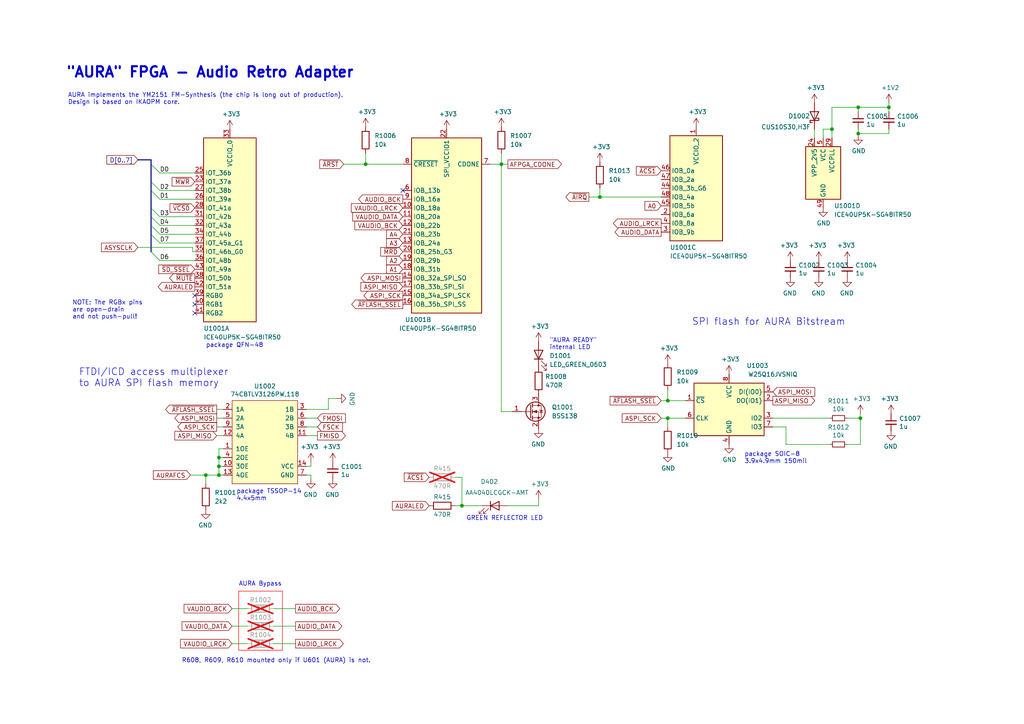
<source format=kicad_sch>
(kicad_sch (version 20230121) (generator eeschema)
  (paper "A4")
  (title_block (title "X65-SBC") (date "2023-12-29") (rev "revA1") (company "FOR X65.EU DESIGNED BY JSYKORA.INFO") (comment 1 "AURA FPGA - OPM Sound Adapter"))
  (lib_symbols
    (symbol "Device:C_Small" (pin_numbers hide) (pin_names (offset 0.254) hide)
      (property "Reference" "C" (at 0.254 1.778 0))
      (property "Value" "C_Small" (at 0.254 -2.032 0))
      (symbol "C_Small_0_1"
        (polyline (pts (xy -1.524 -0.508) (xy 1.524 -0.508)) (stroke (width 0.3302)))
        (polyline (pts (xy -1.524 0.508) (xy 1.524 0.508)) (stroke (width 0.3048)))
      )
      (symbol "C_Small_1_1"
        (pin passive line (at 0 2.54 270) (length 2.032) (name "~") (number "1"))
        (pin passive line (at 0 -2.54 90) (length 2.032) (name "~") (number "2"))
      )
    )
    (symbol "Device:D_Schottky" (pin_numbers hide) (pin_names (offset 1.016) hide)
      (property "Reference" "D" (at 0 2.54 0))
      (property "Value" "D_Schottky" (at 0 -2.54 0))
      (symbol "D_Schottky_0_1"
        (polyline (pts (xy 1.27 0) (xy -1.27 0)))
        (polyline (pts (xy 1.27 1.27) (xy 1.27 -1.27) (xy -1.27 0) (xy 1.27 1.27)) (stroke (width 0.254)))
        (polyline (pts (xy -1.905 0.635) (xy -1.905 1.27) (xy -1.27 1.27) (xy -1.27 -1.27) (xy -0.635 -1.27) (xy -0.635 -0.635)) (stroke (width 0.254)))
      )
      (symbol "D_Schottky_1_1"
        (pin passive line (at -3.81 0 0) (length 2.54) (name "K") (number "1"))
        (pin passive line (at 3.81 0 180) (length 2.54) (name "A") (number "2"))
      )
    )
    (symbol "Device:LED" (pin_numbers hide) (pin_names (offset 1.016) hide)
      (property "Reference" "D" (at 0 2.54 0))
      (property "Value" "LED" (at 0 -2.54 0))
      (symbol "LED_0_1"
        (polyline (pts (xy -1.27 -1.27) (xy -1.27 1.27)) (stroke (width 0.254)))
        (polyline (pts (xy -1.27 0) (xy 1.27 0)))
        (polyline (pts (xy 1.27 -1.27) (xy 1.27 1.27) (xy -1.27 0) (xy 1.27 -1.27)) (stroke (width 0.254)))
        (polyline (pts (xy -3.048 -0.762) (xy -4.572 -2.286) (xy -3.81 -2.286) (xy -4.572 -2.286) (xy -4.572 -1.524)))
        (polyline (pts (xy -1.778 -0.762) (xy -3.302 -2.286) (xy -2.54 -2.286) (xy -3.302 -2.286) (xy -3.302 -1.524)))
      )
      (symbol "LED_1_1"
        (pin passive line (at -3.81 0 0) (length 2.54) (name "K") (number "1"))
        (pin passive line (at 3.81 0 180) (length 2.54) (name "A") (number "2"))
      )
    )
    (symbol "Device:R" (pin_numbers hide) (pin_names (offset 0))
      (property "Reference" "R" (at 2.032 0 90))
      (property "Value" "R" (at 0 0 90))
      (symbol "R_0_1"
        (rectangle (start -1.016 -2.54) (end 1.016 2.54) (stroke (width 0.254)))
      )
      (symbol "R_1_1"
        (pin passive line (at 0 3.81 270) (length 1.27) (name "~") (number "1"))
        (pin passive line (at 0 -3.81 90) (length 1.27) (name "~") (number "2"))
      )
    )
    (symbol "Device:R_Small" (pin_numbers hide) (pin_names (offset 0.254) hide)
      (property "Reference" "R" (at 0.762 0.508 0))
      (property "Value" "R_Small" (at 0.762 -1.016 0))
      (symbol "R_Small_0_1"
        (rectangle (start -0.762 1.778) (end 0.762 -1.778) (stroke (width 0.2032)))
      )
      (symbol "R_Small_1_1"
        (pin passive line (at 0 2.54 270) (length 0.762) (name "~") (number "1"))
        (pin passive line (at 0 -2.54 90) (length 0.762) (name "~") (number "2"))
      )
    )
    (symbol "FPGA_Lattice:ICE5LP1K-SG48"
      (property "Reference" "U" (at -8.89 -29.21 0))
      (property "Value" "ICE5LP1K-SG48" (at 0 -31.75 0))
      (symbol "ICE5LP1K-SG48_1_1"
        (rectangle (start -7.62 25.4) (end 7.62 -27.94) (stroke (width 0.254)) (fill (type background)))
        (pin bidirectional line (at -10.16 12.7 0) (length 2.54) (name "IOT_37a") (number "23"))
        (pin bidirectional line (at -10.16 15.24 0) (length 2.54) (name "IOT_36b") (number "25"))
        (pin bidirectional line (at -10.16 7.62 0) (length 2.54) (name "IOT_39a") (number "26"))
        (pin bidirectional line (at -10.16 10.16 0) (length 2.54) (name "IOT_38b") (number "27"))
        (pin bidirectional line (at -10.16 5.08 0) (length 2.54) (name "IOT_41a") (number "28"))
        (pin bidirectional line (at -10.16 2.54 0) (length 2.54) (name "IOT_42b") (number "31"))
        (pin bidirectional line (at -10.16 0 0) (length 2.54) (name "IOT_43a") (number "32"))
        (pin power_in line (at 0 27.94 270) (length 2.54) (name "VCCIO_0") (number "33"))
        (pin bidirectional line (at -10.16 -2.54 0) (length 2.54) (name "IOT_44b") (number "34"))
        (pin bidirectional line (at -10.16 -7.62 0) (length 2.54) (name "IOT_46b_G0") (number "35"))
        (pin bidirectional line (at -10.16 -10.16 0) (length 2.54) (name "IOT_48b") (number "36"))
        (pin bidirectional line (at -10.16 -5.08 0) (length 2.54) (name "IOT_45a_G1") (number "37"))
        (pin bidirectional line (at -10.16 -15.24 0) (length 2.54) (name "IOT_50b") (number "38"))
        (pin open_collector line (at -10.16 -20.32 0) (length 2.54) (name "RGB0") (number "39"))
        (pin open_collector line (at -10.16 -22.86 0) (length 2.54) (name "RGB1") (number "40"))
        (pin open_collector line (at -10.16 -25.4 0) (length 2.54) (name "RGB2") (number "41"))
        (pin bidirectional line (at -10.16 -17.78 0) (length 2.54) (name "IOT_51a") (number "42"))
        (pin bidirectional line (at -10.16 -12.7 0) (length 2.54) (name "IOT_49a") (number "43"))
      )
      (symbol "ICE5LP1K-SG48_2_1"
        (rectangle (start -10.16 25.4) (end 10.16 -25.4) (stroke (width 0.254)) (fill (type background)))
        (pin bidirectional line (at -12.7 5.08 0) (length 2.54) (name "IOB_18a") (number "10"))
        (pin bidirectional line (at -12.7 2.54 0) (length 2.54) (name "IOB_20a") (number "11"))
        (pin bidirectional line (at -12.7 0 0) (length 2.54) (name "IOB_22b") (number "12"))
        (pin bidirectional line (at -12.7 -5.08 0) (length 2.54) (name "IOB_24a") (number "13"))
        (pin bidirectional line (at -12.7 -15.24 0) (length 2.54) (name "IOB_32a_SPI_SO") (number "14"))
        (pin bidirectional line (at -12.7 -20.32 0) (length 2.54) (name "IOB_34a_SPI_SCK") (number "15"))
        (pin bidirectional line (at -12.7 -22.86 0) (length 2.54) (name "IOB_35b_SPI_SS") (number "16"))
        (pin bidirectional line (at -12.7 -17.78 0) (length 2.54) (name "IOB_33b_SPI_SI") (number "17"))
        (pin bidirectional line (at -12.7 -12.7 0) (length 2.54) (name "IOB_31b") (number "18"))
        (pin bidirectional line (at -12.7 -10.16 0) (length 2.54) (name "IOB_29b") (number "19"))
        (pin bidirectional line (at -12.7 -7.62 0) (length 2.54) (name "IOB_25b_G3") (number "20"))
        (pin bidirectional line (at -12.7 -2.54 0) (length 2.54) (name "IOB_23b") (number "21"))
        (pin power_in line (at 0 27.94 270) (length 2.54) (name "SPI_VCCIO1") (number "22"))
        (pin bidirectional line (at -12.7 10.16 0) (length 2.54) (name "IOB_13b") (number "6"))
        (pin open_collector line (at 12.7 17.78 180) (length 2.54) (name "CDONE") (number "7"))
        (pin input line (at -12.7 17.78 0) (length 2.54) (name "~{CRESET}") (number "8"))
        (pin bidirectional line (at -12.7 7.62 0) (length 2.54) (name "IOB_16a") (number "9"))
      )
      (symbol "ICE5LP1K-SG48_3_1"
        (rectangle (start -7.62 15.24) (end 7.62 -15.24) (stroke (width 0.254)) (fill (type background)))
        (pin power_in line (at 0 17.78 270) (length 2.54) (name "VCCIO_2") (number "1"))
        (pin bidirectional line (at -10.16 -7.62 0) (length 2.54) (name "IOB_6a") (number "2"))
        (pin bidirectional line (at -10.16 -12.7 0) (length 2.54) (name "IOB_9b") (number "3"))
        (pin bidirectional line (at -10.16 -10.16 0) (length 2.54) (name "IOB_8a") (number "4"))
        (pin bidirectional line (at -10.16 0 0) (length 2.54) (name "IOB_3b_G6") (number "44"))
        (pin bidirectional line (at -10.16 -5.08 0) (length 2.54) (name "IOB_5b") (number "45"))
        (pin bidirectional line (at -10.16 5.08 0) (length 2.54) (name "IOB_0a") (number "46"))
        (pin bidirectional line (at -10.16 2.54 0) (length 2.54) (name "IOB_2a") (number "47"))
        (pin bidirectional line (at -10.16 -2.54 0) (length 2.54) (name "IOB_4a") (number "48"))
      )
      (symbol "ICE5LP1K-SG48_4_1"
        (rectangle (start -5.08 7.62) (end 5.08 -7.62) (stroke (width 0.254)) (fill (type background)))
        (pin power_in line (at -2.54 10.16 270) (length 2.54) (name "VPP_2V5") (number "24"))
        (pin power_out line (at 2.54 10.16 270) (length 2.54) (name "VCCPLL") (number "29"))
        (pin passive line (at 0 10.16 270) (length 2.54) hide (name "VCC") (number "30"))
        (pin power_in line (at 0 -10.16 90) (length 2.54) (name "GND") (number "49"))
        (pin power_in line (at 0 10.16 270) (length 2.54) (name "VCC") (number "5"))
      )
    )
    (symbol "Memory_Flash:W25Q32JVSS"
      (property "Reference" "U" (at -8.89 8.89 0))
      (property "Value" "W25Q32JVSS" (at 7.62 8.89 0))
      (symbol "W25Q32JVSS_0_1"
        (rectangle (start -10.16 7.62) (end 10.16 -7.62) (stroke (width 0.254)) (fill (type background)))
      )
      (symbol "W25Q32JVSS_1_1"
        (pin input line (at -12.7 2.54 0) (length 2.54) (name "~{CS}") (number "1"))
        (pin bidirectional line (at 12.7 2.54 180) (length 2.54) (name "DO(IO1)") (number "2"))
        (pin bidirectional line (at 12.7 -2.54 180) (length 2.54) (name "IO2") (number "3"))
        (pin power_in line (at 0 -10.16 90) (length 2.54) (name "GND") (number "4"))
        (pin bidirectional line (at 12.7 5.08 180) (length 2.54) (name "DI(IO0)") (number "5"))
        (pin input line (at -12.7 -2.54 0) (length 2.54) (name "CLK") (number "6"))
        (pin bidirectional line (at 12.7 -5.08 180) (length 2.54) (name "IO3") (number "7"))
        (pin power_in line (at 0 10.16 270) (length 2.54) (name "VCC") (number "8"))
      )
    )
    (symbol "Transistor_FET:BSS123" (pin_names hide)
      (property "Reference" "Q" (at 5.08 1.905 0))
      (property "Value" "BSS123" (at 5.08 0 0))
      (symbol "BSS123_0_1"
        (polyline (pts (xy 0.254 0) (xy -2.54 0)))
        (polyline (pts (xy 0.254 1.905) (xy 0.254 -1.905)) (stroke (width 0.254)))
        (polyline (pts (xy 0.762 -1.27) (xy 0.762 -2.286)) (stroke (width 0.254)))
        (polyline (pts (xy 0.762 0.508) (xy 0.762 -0.508)) (stroke (width 0.254)))
        (polyline (pts (xy 0.762 2.286) (xy 0.762 1.27)) (stroke (width 0.254)))
        (polyline (pts (xy 2.54 2.54) (xy 2.54 1.778)))
        (polyline (pts (xy 2.54 -2.54) (xy 2.54 0) (xy 0.762 0)))
        (polyline (pts (xy 0.762 -1.778) (xy 3.302 -1.778) (xy 3.302 1.778) (xy 0.762 1.778)))
        (polyline (pts (xy 1.016 0) (xy 2.032 0.381) (xy 2.032 -0.381) (xy 1.016 0)) (fill (type outline)))
        (polyline (pts (xy 2.794 0.508) (xy 2.921 0.381) (xy 3.683 0.381) (xy 3.81 0.254)))
        (polyline (pts (xy 3.302 0.381) (xy 2.921 -0.254) (xy 3.683 -0.254) (xy 3.302 0.381)))
        (circle (center 1.651 0) (radius 2.794) (stroke (width 0.254)))
        (circle (center 2.54 -1.778) (radius 0.254) (fill (type outline)))
        (circle (center 2.54 1.778) (radius 0.254) (fill (type outline)))
      )
      (symbol "BSS123_1_1"
        (pin input line (at -5.08 0 0) (length 2.54) (name "G") (number "1"))
        (pin passive line (at 2.54 -5.08 90) (length 2.54) (name "S") (number "2"))
        (pin passive line (at 2.54 5.08 270) (length 2.54) (name "D") (number "3"))
      )
    )
    (symbol "power:+1V2" (power) (pin_names (offset 0))
      (property "Value" "+1V2" (at 0 3.556 0))
      (symbol "+1V2_0_1"
        (polyline (pts (xy -0.762 1.27) (xy 0 2.54)))
        (polyline (pts (xy 0 0) (xy 0 2.54)))
        (polyline (pts (xy 0 2.54) (xy 0.762 1.27)))
      )
      (symbol "+1V2_1_1"
        (pin power_in line (at 0 0 90) (length 0) hide (name "+1V2") (number "1"))
      )
    )
    (symbol "power:+3V3" (power) (pin_names (offset 0))
      (property "Value" "+3V3" (at 0 3.556 0))
      (symbol "+3V3_0_1"
        (polyline (pts (xy -0.762 1.27) (xy 0 2.54)))
        (polyline (pts (xy 0 0) (xy 0 2.54)))
        (polyline (pts (xy 0 2.54) (xy 0.762 1.27)))
      )
      (symbol "+3V3_1_1"
        (pin power_in line (at 0 0 90) (length 0) hide (name "+3V3") (number "1"))
      )
    )
    (symbol "power:GND" (power) (pin_names (offset 0))
      (property "Value" "GND" (at 0 -3.81 0))
      (symbol "GND_0_1"
        (polyline (pts (xy 0 0) (xy 0 -1.27) (xy 1.27 -1.27) (xy 0 -2.54) (xy -1.27 -1.27) (xy 0 -1.27)))
      )
      (symbol "GND_1_1"
        (pin power_in line (at 0 0 270) (length 0) hide (name "GND") (number "1"))
      )
    )
    (symbol "vera-module:74CBTLV3126PW,118" (pin_names (offset 1.016))
      (property "Reference" "U" (at 1.27 1.27 0))
      (property "Value" "74CBTLV3126PW,118" (at 7.62 -25.4 0))
      (symbol "74CBTLV3126PW,118_0_1"
        (rectangle (start 0 0) (end 19.05 -24.13) (fill (type background)))
      )
      (symbol "74CBTLV3126PW,118_1_1"
        (pin input line (at -2.54 -13.97 0) (length 2.54) (name "1OE") (number "1"))
        (pin input line (at -2.54 -19.05 0) (length 2.54) (name "3OE") (number "10"))
        (pin bidirectional line (at 21.59 -10.16 180) (length 2.54) (name "4B") (number "11"))
        (pin bidirectional line (at -2.54 -10.16 0) (length 2.54) (name "4A") (number "12"))
        (pin input line (at -2.54 -21.59 0) (length 2.54) (name "4OE") (number "13"))
        (pin power_in line (at 21.59 -19.05 180) (length 2.54) (name "VCC") (number "14"))
        (pin bidirectional line (at -2.54 -2.54 0) (length 2.54) (name "1A") (number "2"))
        (pin bidirectional line (at 21.59 -2.54 180) (length 2.54) (name "1B") (number "3"))
        (pin input line (at -2.54 -16.51 0) (length 2.54) (name "2OE") (number "4"))
        (pin bidirectional line (at -2.54 -5.08 0) (length 2.54) (name "2A") (number "5"))
        (pin bidirectional line (at 21.59 -5.08 180) (length 2.54) (name "2B") (number "6"))
        (pin power_in line (at 21.59 -21.59 180) (length 2.54) (name "GND") (number "7"))
        (pin bidirectional line (at 21.59 -7.62 180) (length 2.54) (name "3B") (number "8"))
        (pin bidirectional line (at -2.54 -7.62 0) (length 2.54) (name "3A") (number "9"))
      )
    )
  )
  (junction (at 59.69 137.795))
  (junction (at 63.5 137.795))
  (junction (at 248.92 38.735))
  (junction (at 63.5 132.715))
  (junction (at 133.985 146.685))
  (junction (at 193.675 121.285))
  (junction (at 106.045 47.625))
  (junction (at 63.5 135.255))
  (junction (at 248.92 31.115))
  (junction (at 241.3 37.465))
  (junction (at 257.81 31.115))
  (junction (at 173.99 57.15))
  (junction (at 193.675 116.205))
  (junction (at 249.555 121.285))
  (junction (at 145.415 47.625))
  (no_connect (at 56.515 90.805))
  (no_connect (at 56.515 88.265))
  (no_connect (at 56.515 85.725))
  (no_connect (at 116.84 55.245))
  (bus_entry (at 43.815 65.405) (size 2.54 2.54))
  (bus_entry (at 43.815 52.705) (size 2.54 2.54))
  (bus_entry (at 43.815 67.945) (size 2.54 2.54))
  (bus_entry (at 43.815 55.245) (size 2.54 2.54))
  (bus_entry (at 43.815 73.025) (size 2.54 2.54))
  (bus_entry (at 43.815 62.865) (size 2.54 2.54))
  (bus_entry (at 43.815 60.325) (size 2.54 2.54))
  (bus_entry (at 43.815 47.625) (size 2.54 2.54))
  (bus (pts (xy 43.815 47.625) (xy 43.815 52.705)))
  (wire (pts (xy 133.985 146.685) (xy 139.7 146.685)))
  (wire (pts (xy 173.99 57.15) (xy 191.77 57.15)))
  (wire (pts (xy 245.745 128.905) (xy 249.555 128.905)))
  (wire (pts (xy 46.355 62.865) (xy 56.515 62.865)))
  (wire (pts (xy 92.075 121.285) (xy 88.9 121.285)))
  (wire (pts (xy 63.5 137.795) (xy 64.77 137.795)))
  (wire (pts (xy 106.045 44.45) (xy 106.045 47.625)))
  (wire (pts (xy 79.375 176.53) (xy 85.725 176.53)))
  (wire (pts (xy 238.76 40.005) (xy 238.76 37.465)))
  (polyline (pts (xy 69.215 171.45) (xy 81.915 171.45)) (stroke (width 0) (color 255 0 0 1)))
  (wire (pts (xy 193.675 113.03) (xy 193.675 116.205)))
  (wire (pts (xy 241.3 37.465) (xy 241.3 31.115)))
  (wire (pts (xy 249.555 128.905) (xy 249.555 121.285)))
  (wire (pts (xy 79.375 186.69) (xy 85.725 186.69)))
  (polyline (pts (xy 69.215 171.45) (xy 69.215 188.595)) (stroke (width 0) (color 255 0 0 1)))
  (wire (pts (xy 46.355 65.405) (xy 56.515 65.405)))
  (wire (pts (xy 257.81 38.735) (xy 257.81 37.465)))
  (wire (pts (xy 62.865 126.365) (xy 64.77 126.365)))
  (wire (pts (xy 90.17 137.795) (xy 90.17 139.065)))
  (wire (pts (xy 238.76 37.465) (xy 241.3 37.465)))
  (wire (pts (xy 88.9 135.255) (xy 90.17 135.255)))
  (wire (pts (xy 46.355 50.165) (xy 56.515 50.165)))
  (wire (pts (xy 46.355 57.785) (xy 56.515 57.785)))
  (wire (pts (xy 193.675 121.285) (xy 193.675 123.825)))
  (wire (pts (xy 193.675 116.205) (xy 198.755 116.205)))
  (wire (pts (xy 64.77 132.715) (xy 63.5 132.715)))
  (wire (pts (xy 191.77 121.285) (xy 193.675 121.285)))
  (wire (pts (xy 88.9 123.825) (xy 92.075 123.825)))
  (wire (pts (xy 249.555 121.285) (xy 249.555 120.015)))
  (wire (pts (xy 145.415 44.45) (xy 145.415 47.625)))
  (bus (pts (xy 43.815 65.405) (xy 43.815 67.945)))
  (wire (pts (xy 240.665 128.905) (xy 227.965 128.905)))
  (bus (pts (xy 43.815 52.705) (xy 43.815 55.245)))
  (polyline (pts (xy 81.915 171.45) (xy 81.915 188.595)) (stroke (width 0) (color 255 0 0 1)))
  (wire (pts (xy 236.22 37.465) (xy 236.22 40.005)))
  (wire (pts (xy 63.5 135.255) (xy 63.5 137.795)))
  (bus (pts (xy 43.815 60.325) (xy 43.815 62.865)))
  (wire (pts (xy 116.84 47.625) (xy 106.045 47.625)))
  (wire (pts (xy 193.675 121.285) (xy 198.755 121.285)))
  (wire (pts (xy 170.815 57.15) (xy 173.99 57.15)))
  (wire (pts (xy 88.9 137.795) (xy 90.17 137.795)))
  (bus (pts (xy 43.815 62.865) (xy 43.815 65.405)))
  (wire (pts (xy 224.155 123.825) (xy 227.965 123.825)))
  (wire (pts (xy 156.21 144.78) (xy 156.21 146.685)))
  (wire (pts (xy 145.415 47.625) (xy 147.32 47.625)))
  (wire (pts (xy 248.92 38.735) (xy 248.92 39.37)))
  (wire (pts (xy 67.31 186.69) (xy 71.755 186.69)))
  (wire (pts (xy 95.25 118.745) (xy 88.9 118.745)))
  (wire (pts (xy 95.25 115.57) (xy 95.25 118.745)))
  (bus (pts (xy 43.815 55.245) (xy 43.815 60.325)))
  (wire (pts (xy 90.17 135.255) (xy 90.17 133.985)))
  (wire (pts (xy 142.24 47.625) (xy 145.415 47.625)))
  (wire (pts (xy 62.865 118.745) (xy 64.77 118.745)))
  (wire (pts (xy 227.965 128.905) (xy 227.965 123.825)))
  (wire (pts (xy 46.355 67.945) (xy 56.515 67.945)))
  (wire (pts (xy 46.355 75.565) (xy 56.515 75.565)))
  (wire (pts (xy 62.865 121.285) (xy 64.77 121.285)))
  (wire (pts (xy 241.3 31.115) (xy 248.92 31.115)))
  (wire (pts (xy 248.92 38.735) (xy 257.81 38.735)))
  (wire (pts (xy 63.5 130.175) (xy 63.5 132.715)))
  (wire (pts (xy 147.32 146.685) (xy 156.21 146.685)))
  (wire (pts (xy 145.415 119.38) (xy 148.59 119.38)))
  (wire (pts (xy 249.555 121.285) (xy 245.745 121.285)))
  (wire (pts (xy 79.375 181.61) (xy 85.725 181.61)))
  (polyline (pts (xy 81.915 188.595) (xy 69.215 188.595)) (stroke (width 0) (color 255 0 0 1)))
  (bus (pts (xy 43.815 67.945) (xy 43.815 73.025)))
  (wire (pts (xy 63.5 132.715) (xy 63.5 135.255)))
  (wire (pts (xy 62.865 123.825) (xy 64.77 123.825)))
  (wire (pts (xy 59.69 140.335) (xy 59.69 137.795)))
  (wire (pts (xy 173.99 54.61) (xy 173.99 57.15)))
  (wire (pts (xy 46.355 55.245) (xy 56.515 55.245)))
  (bus (pts (xy 43.815 46.355) (xy 43.815 47.625)))
  (wire (pts (xy 55.245 137.795) (xy 59.69 137.795)))
  (wire (pts (xy 55.88 71.755) (xy 55.88 73.025)))
  (wire (pts (xy 145.415 47.625) (xy 145.415 119.38)))
  (wire (pts (xy 97.79 115.57) (xy 95.25 115.57)))
  (wire (pts (xy 132.08 146.685) (xy 133.985 146.685)))
  (wire (pts (xy 257.81 31.115) (xy 248.92 31.115)))
  (wire (pts (xy 191.77 116.205) (xy 193.675 116.205)))
  (wire (pts (xy 99.695 47.625) (xy 106.045 47.625)))
  (wire (pts (xy 241.3 37.465) (xy 241.3 40.005)))
  (wire (pts (xy 133.985 138.43) (xy 133.985 146.685)))
  (bus (pts (xy 40.005 46.355) (xy 43.815 46.355)))
  (wire (pts (xy 46.355 70.485) (xy 56.515 70.485)))
  (wire (pts (xy 55.88 73.025) (xy 56.515 73.025)))
  (wire (pts (xy 257.81 31.115) (xy 257.81 32.385)))
  (wire (pts (xy 88.9 126.365) (xy 92.075 126.365)))
  (wire (pts (xy 67.31 176.53) (xy 71.755 176.53)))
  (wire (pts (xy 64.77 130.175) (xy 63.5 130.175)))
  (wire (pts (xy 248.92 37.465) (xy 248.92 38.735)))
  (wire (pts (xy 132.08 138.43) (xy 133.985 138.43)))
  (wire (pts (xy 67.31 181.61) (xy 71.755 181.61)))
  (wire (pts (xy 257.81 29.845) (xy 257.81 31.115)))
  (wire (pts (xy 40.005 71.755) (xy 55.88 71.755)))
  (wire (pts (xy 59.69 137.795) (xy 63.5 137.795)))
  (wire (pts (xy 224.155 121.285) (xy 240.665 121.285)))
  (wire (pts (xy 248.92 31.115) (xy 248.92 32.385)))
  (wire (pts (xy 64.77 135.255) (xy 63.5 135.255)))
  (text "R608, R609, R610 mounted only if U601 (AURA) is not." (at 52.705 192.405 0) (effects (font (size 1.27 1.27)) (justify left bottom)))
  (text "package TSSOP-14\n4.4x5mm\n" (at 68.58 145.415 0) (effects (font (size 1.27 1.27)) (justify left bottom)))
  (text "\"AURA\" FPGA - Audio Retro Adapter" (at 19.05 22.86 0) (effects (font (size 3 3) (thickness 0.6) bold) (justify left bottom)))
  (text "GREEN REFLECTOR LED" (at 135.255 151.13 0) (effects (font (size 1.27 1.27)) (justify left bottom)))
  (text "FTDI/ICD access multiplexer \nto AURA SPI flash memory " (at 22.86 112.395 0) (effects (font (size 2 2)) (justify left bottom)))
  (text "SPI flash for AURA Bitstream" (at 200.66 94.615 0) (effects (font (size 2 2)) (justify left bottom)))
  (text "package QFN-48" (at 59.69 100.965 0) (effects (font (size 1.27 1.27)) (justify left bottom)))
  (text "AURA Bypass" (at 69.215 170.18 0) (effects (font (size 1.27 1.27)) (justify left bottom)))
  (text "NOTE: The RGBx pins\nare open-drain \nand not push-pull!" (at 20.955 92.71 0) (effects (font (size 1.27 1.27)) (justify left bottom)))
  (text "package SOIC-8\n3.9x4.9mm 150mil" (at 215.9 134.62 0) (effects (font (size 1.27 1.27)) (justify left bottom)))
  (text "\"AURA READY\"\ninternal LED" (at 159.385 101.6 0) (effects (font (size 1.27 1.27)) (justify left bottom)))
  (text "AURA implements the YM2151 FM-Synthesis (the chip is long out of production).\nDesign is based on IKAOPM core." (at 19.685 30.48 0) (effects (font (size 1.27 1.27)) (justify left bottom)))
  (label "D1" (at 46.355 57.785 0))
  (label "D7" (at 46.355 70.485 0))
  (label "D3" (at 46.355 62.865 0))
  (label "D5" (at 46.355 67.945 0))
  (label "D0" (at 46.355 50.165 0))
  (label "D4" (at 46.355 65.405 0))
  (label "D6" (at 46.355 75.565 0))
  (label "D2" (at 46.355 55.245 0))
  (global_label "VAUDIO_BCK" (shape input) (at 67.31 176.53 180) (property "Intersheetrefs" "${INTERSHEET_REFS}" (effects hide)))
  (global_label "~{AFLASH_SSEL}" (shape output) (at 62.865 118.745 180) (property "Intersheetrefs" "${INTERSHEET_REFS}" (effects hide)))
  (global_label "~{AFLASH_SSEL}" (shape input) (at 191.77 116.205 180) (property "Intersheetrefs" "${INTERSHEET_REFS}" (effects hide)))
  (global_label "AUDIO_DATA" (shape output) (at 85.725 181.61 0) (property "Intersheetrefs" "${INTERSHEET_REFS}" (effects hide)))
  (global_label "AFPGA_CDONE" (shape output) (at 147.32 47.625 0) (property "Intersheetrefs" "${INTERSHEET_REFS}" (effects hide)) (property "Reference mezi listy" "${INTERSHEET_REFS}" (effects hide)))
  (global_label "ASPI_SCK" (shape output) (at 62.865 123.825 180) (property "Intersheetrefs" "${INTERSHEET_REFS}" (effects hide)))
  (global_label "D[0..7]" (shape input) (at 40.005 46.355 180) (property "Intersheetrefs" "${INTERSHEET_REFS}" (effects hide)))
  (global_label "~{VCS0}" (shape input) (at 56.515 60.325 180) (property "Intersheetrefs" "${INTERSHEET_REFS}" (effects hide)))
  (global_label "AUDIO_LRCK" (shape output) (at 85.725 186.69 0) (property "Intersheetrefs" "${INTERSHEET_REFS}" (effects hide)))
  (global_label "VAUDIO_LRCK" (shape input) (at 116.84 60.325 180) (property "Intersheetrefs" "${INTERSHEET_REFS}" (effects hide)))
  (global_label "AUDIO_BCK" (shape output) (at 85.725 176.53 0) (property "Intersheetrefs" "${INTERSHEET_REFS}" (effects hide)))
  (global_label "A2" (shape input) (at 116.84 75.565 180) (property "Intersheetrefs" "${INTERSHEET_REFS}" (effects hide)))
  (global_label "~{AIRQ}" (shape output) (at 170.815 57.15 180) (property "Intersheetrefs" "${INTERSHEET_REFS}" (effects hide)))
  (global_label "AURALED" (shape output) (at 56.515 83.185 180) (property "Intersheetrefs" "${INTERSHEET_REFS}" (effects hide)))
  (global_label "A0" (shape input) (at 191.77 59.69 180) (property "Intersheetrefs" "${INTERSHEET_REFS}" (effects hide)))
  (global_label "AURALED" (shape input) (at 124.46 146.685 180) (property "Intersheetrefs" "${INTERSHEET_REFS}" (effects hide)))
  (global_label "ASYSCLK" (shape input) (at 40.005 71.755 180) (property "Intersheetrefs" "${INTERSHEET_REFS}" (effects hide)))
  (global_label "ASPI_MISO" (shape input) (at 116.84 83.185 180) (property "Intersheetrefs" "${INTERSHEET_REFS}" (effects hide)))
  (global_label "ASPI_MOSI" (shape output) (at 116.84 80.645 180) (property "Intersheetrefs" "${INTERSHEET_REFS}" (effects hide)))
  (global_label "ASPI_SCK" (shape output) (at 116.84 85.725 180) (property "Intersheetrefs" "${INTERSHEET_REFS}" (effects hide)))
  (global_label "ASPI_MISO" (shape input) (at 62.865 126.365 180) (property "Intersheetrefs" "${INTERSHEET_REFS}" (effects hide)))
  (global_label "ASPI_MOSI" (shape output) (at 62.865 121.285 180) (property "Intersheetrefs" "${INTERSHEET_REFS}" (effects hide)))
  (global_label "VAUDIO_DATA" (shape input) (at 116.84 62.865 180) (property "Intersheetrefs" "${INTERSHEET_REFS}" (effects hide)))
  (global_label "VAUDIO_DATA" (shape input) (at 67.31 181.61 180) (property "Intersheetrefs" "${INTERSHEET_REFS}" (effects hide)))
  (global_label "~{ARST}" (shape input) (at 99.695 47.625 180) (property "Intersheetrefs" "${INTERSHEET_REFS}" (effects hide)))
  (global_label "~{MUTE}" (shape output) (at 56.515 80.645 180) (property "Intersheetrefs" "${INTERSHEET_REFS}" (effects hide)))
  (global_label "AUDIO_BCK" (shape output) (at 116.84 57.785 180) (property "Intersheetrefs" "${INTERSHEET_REFS}" (effects hide)))
  (global_label "FSCK" (shape input) (at 92.075 123.825 0) (property "Intersheetrefs" "${INTERSHEET_REFS}" (effects hide)))
  (global_label "AURAFCS" (shape input) (at 55.245 137.795 180) (property "Intersheetrefs" "${INTERSHEET_REFS}" (effects hide)))
  (global_label "A4" (shape input) (at 116.84 67.945 180) (property "Intersheetrefs" "${INTERSHEET_REFS}" (effects hide)))
  (global_label "~{MWR}" (shape input) (at 56.515 52.705 180) (property "Intersheetrefs" "${INTERSHEET_REFS}" (effects hide)))
  (global_label "AUDIO_LRCK" (shape output) (at 191.77 64.77 180) (property "Intersheetrefs" "${INTERSHEET_REFS}" (effects hide)))
  (global_label "VAUDIO_LRCK" (shape input) (at 67.31 186.69 180) (property "Intersheetrefs" "${INTERSHEET_REFS}" (effects hide)))
  (global_label "FMOSI" (shape input) (at 92.075 121.285 0) (property "Intersheetrefs" "${INTERSHEET_REFS}" (effects hide)))
  (global_label "VAUDIO_BCK" (shape input) (at 116.84 65.405 180) (property "Intersheetrefs" "${INTERSHEET_REFS}" (effects hide)))
  (global_label "AUDIO_DATA" (shape output) (at 191.77 67.31 180) (property "Intersheetrefs" "${INTERSHEET_REFS}" (effects hide)))
  (global_label "~{ACS1}" (shape input) (at 191.77 49.53 180) (property "Intersheetrefs" "${INTERSHEET_REFS}" (effects hide)))
  (global_label "A3" (shape input) (at 116.84 70.485 180) (property "Intersheetrefs" "${INTERSHEET_REFS}" (effects hide)))
  (global_label "~{MRD}" (shape input) (at 116.84 73.025 180) (property "Intersheetrefs" "${INTERSHEET_REFS}" (effects hide)))
  (global_label "ASPI_SCK" (shape input) (at 191.77 121.285 180) (property "Intersheetrefs" "${INTERSHEET_REFS}" (effects hide)))
  (global_label "ASPI_MOSI" (shape input) (at 224.155 113.665 0) (property "Intersheetrefs" "${INTERSHEET_REFS}" (effects hide)))
  (global_label "~{SD_SSEL}" (shape input) (at 56.515 78.105 180) (property "Intersheetrefs" "${INTERSHEET_REFS}" (effects hide)))
  (global_label "FMISO" (shape output) (at 92.075 126.365 0) (property "Intersheetrefs" "${INTERSHEET_REFS}" (effects hide)))
  (global_label "A1" (shape input) (at 116.84 78.105 180) (property "Intersheetrefs" "${INTERSHEET_REFS}" (effects hide)))
  (global_label "~{AFLASH_SSEL}" (shape output) (at 116.84 88.265 180) (property "Intersheetrefs" "${INTERSHEET_REFS}" (effects hide)))
  (global_label "ASPI_MISO" (shape output) (at 224.155 116.205 0) (property "Intersheetrefs" "${INTERSHEET_REFS}" (effects hide)))
  (global_label "~{ACS1}" (shape input) (at 124.46 138.43 180) (property "Intersheetrefs" "${INTERSHEET_REFS}" (effects hide)))
  (symbol (lib_id "Device:C_Small") (at 237.49 78.105 0) (unit 1)
    (property "Reference" "C1003" (at 239.8268 76.9366 0) (effects (justify left)))
    (property "Value" "1u" (at 239.8268 79.248 0) (effects (justify left)))
    (property "Footprint" "Capacitor_SMD:C_0603_1608Metric_Pad1.08x0.95mm_HandSolder" (effects hide))
    (instances (project "x65-sbc-revA1" (path "" (reference "C1003") (unit 1))) (project "openX65-vabo" (path "" (reference "C607") (unit 1))))
  )
  (symbol (lib_id "power:GND") (at 229.235 80.645 0) (mirror y) (unit 1)
    (property "Reference" "#PWR01019" (effects hide))
    (property "Value" "GND" (at 229.108 85.0392 0))
    (instances (project "x65-sbc-revA1" (path "" (reference "#PWR01019") (unit 1))) (project "openX65-vabo" (path "" (reference "#PWR0623") (unit 1))))
  )
  (symbol (lib_id "power:GND") (at 90.17 139.065 0) (mirror y) (unit 1)
    (property "Reference" "#PWR01004" (effects hide))
    (property "Value" "GND" (at 90.043 143.4592 0))
    (instances (project "x65-sbc-revA1" (path "" (reference "#PWR01004") (unit 1))) (project "openX65-vabo" (path "" (reference "#PWR0604") (unit 1))))
  )
  (symbol (lib_id "power:+3V3") (at 156.21 99.06 0) (unit 1)
    (property "Reference" "#PWR01011" (effects hide))
    (property "Value" "+3V3" (at 156.591 94.6658 0))
    (instances (project "x65-sbc-revA1" (path "" (reference "#PWR01011") (unit 1))) (project "openX65-vabo" (path "" (reference "#PWR0632") (unit 1))))
  )
  (symbol (lib_id "power:+3V3") (at 193.675 105.41 0) (unit 1)
    (property "Reference" "#PWR01013" (effects hide))
    (property "Value" "+3V3" (at 194.056 101.0158 0))
    (instances (project "x65-sbc-revA1" (path "" (reference "#PWR01013") (unit 1))) (project "openX65-vabo" (path "" (reference "#PWR0617") (unit 1))))
  )
  (symbol (lib_id "Device:R_Small") (at 243.205 128.905 270) (unit 1)
    (property "Reference" "R1012" (at 243.205 123.9266 90))
    (property "Value" "10k" (at 243.205 126.238 90))
    (property "Footprint" "Resistor_SMD:R_0603_1608Metric_Pad0.98x0.95mm_HandSolder" (effects hide))
    (instances (project "x65-sbc-revA1" (path "" (reference "R1012") (unit 1))) (project "openX65-vabo" (path "" (reference "R603") (unit 1))))
  )
  (symbol (lib_id "power:+3V3") (at 173.99 46.99 0) (unit 1)
    (property "Reference" "#PWR01031" (effects hide))
    (property "Value" "+3V3" (at 174.371 42.5958 0))
    (instances (project "x65-sbc-revA1" (path "" (reference "#PWR01031") (unit 1))) (project "openX65-vabo" (path "" (reference "#PWR0616") (unit 1))))
  )
  (symbol (lib_id "FPGA_Lattice:ICE5LP1K-SG48") (at 238.76 50.165 0) (unit 4)
    (property "Reference" "U1001" (at 241.935 59.69 0) (effects (justify left)))
    (property "Value" "ICE40UP5K-SG48ITR50" (at 241.935 62.23 0) (effects (justify left)))
    (property "Footprint" "Package_DFN_QFN:QFN-48-1EP_7x7mm_P0.5mm_EP5.6x5.6mm" (effects hide))
    (property "Datasheet" "http://www.latticesemi.com/Products/FPGAandCPLD/iCE40Ultra" (effects hide))
    (instances (project "x65-sbc-revA1" (path "" (reference "U1001") (unit 4))) (project "openX65-vabo" (path "" (reference "U601") (unit 4))))
  )
  (symbol (lib_id "power:+3V3") (at 66.675 37.465 0) (unit 1)
    (property "Reference" "#PWR01002" (effects hide))
    (property "Value" "+3V3" (at 67.056 33.0708 0))
    (instances (project "x65-sbc-revA1" (path "" (reference "#PWR01002") (unit 1))) (project "openX65-vabo" (path "" (reference "#PWR0602") (unit 1))))
  )
  (symbol (lib_id "Device:R") (at 75.565 181.61 90) (mirror x) (unit 1) (in_bom no) (dnp yes)
    (property "Reference" "R1003" (at 75.565 179.07 90))
    (property "Value" "0R" (at 75.565 181.61 90))
    (property "Footprint" "Resistor_SMD:R_0603_1608Metric_Pad0.98x0.95mm_HandSolder" (effects hide))
    (instances (project "x65-sbc-revA1" (path "" (reference "R1003") (unit 1))) (project "openX65-vabo" (path "" (reference "R609") (unit 1))))
  )
  (symbol (lib_id "Device:R") (at 193.675 127.635 0) (mirror y) (unit 1)
    (property "Reference" "R1010" (at 196.215 126.3649 0) (effects (justify right)))
    (property "Value" "10k" (at 196.215 128.9049 0) (effects (justify right)))
    (property "Footprint" "Resistor_SMD:R_0603_1608Metric_Pad0.98x0.95mm_HandSolder" (effects hide))
    (instances (project "x65-sbc-revA1" (path "" (reference "R1010") (unit 1))) (project "openX65-vabo" (path "" (reference "R606") (unit 1))))
  )
  (symbol (lib_id "Transistor_FET:BSS123") (at 153.67 119.38 0) (unit 1)
    (property "Reference" "Q1001" (at 160.02 118.1099 0) (effects (justify left)))
    (property "Value" "BSS138" (at 160.02 120.6499 0) (effects (justify left)))
    (property "Footprint" "Package_TO_SOT_SMD:SOT-23" (effects hide))
    (property "Datasheet" "http://www.diodes.com/assets/Datasheets/ds30366.pdf" (effects hide))
    (instances (project "x65-sbc-revA1" (path "" (reference "Q1001") (unit 1))) (project "openX65-vabo" (path "" (reference "Q601") (unit 1))))
  )
  (symbol (lib_id "Device:C_Small") (at 229.235 78.105 0) (unit 1)
    (property "Reference" "C1002" (at 231.5718 76.9366 0) (effects (justify left)))
    (property "Value" "1u" (at 231.5718 79.248 0) (effects (justify left)))
    (property "Footprint" "Capacitor_SMD:C_0603_1608Metric_Pad1.08x0.95mm_HandSolder" (effects hide))
    (instances (project "x65-sbc-revA1" (path "" (reference "C1002") (unit 1))) (project "openX65-vabo" (path "" (reference "C606") (unit 1))))
  )
  (symbol (lib_id "power:GND") (at 96.52 139.065 0) (mirror y) (unit 1)
    (property "Reference" "#PWR01006" (effects hide))
    (property "Value" "GND" (at 96.393 143.4592 0))
    (instances (project "x65-sbc-revA1" (path "" (reference "#PWR01006") (unit 1))) (project "openX65-vabo" (path "" (reference "#PWR0606") (unit 1))))
  )
  (symbol (lib_id "power:+3V3") (at 245.745 75.565 0) (mirror y) (unit 1)
    (property "Reference" "#PWR01024" (effects hide))
    (property "Value" "+3V3" (at 245.364 71.1708 0))
    (instances (project "x65-sbc-revA1" (path "" (reference "#PWR01024") (unit 1))) (project "openX65-vabo" (path "" (reference "#PWR0626") (unit 1))))
  )
  (symbol (lib_id "power:GND") (at 97.79 115.57 90) (mirror x) (unit 1)
    (property "Reference" "#PWR01008" (effects hide))
    (property "Value" "GND" (at 102.1842 115.697 0))
    (instances (project "x65-sbc-revA1" (path "" (reference "#PWR01008") (unit 1))) (project "openX65-vabo" (path "" (reference "#PWR0608") (unit 1))))
  )
  (symbol (lib_id "FPGA_Lattice:ICE5LP1K-SG48") (at 66.675 65.405 0) (unit 1)
    (property "Reference" "U1001" (at 59.055 95.25 0) (effects (justify left)))
    (property "Value" "ICE40UP5K-SG48ITR50" (at 59.055 97.79 0) (effects (justify left)))
    (property "Footprint" "Package_DFN_QFN:QFN-48-1EP_7x7mm_P0.5mm_EP5.6x5.6mm" (effects hide))
    (property "Datasheet" "http://www.latticesemi.com/Products/FPGAandCPLD/iCE40Ultra" (effects hide))
    (instances (project "x65-sbc-revA1" (path "" (reference "U1001") (unit 1))) (project "openX65-vabo" (path "" (reference "U601") (unit 1))))
  )
  (symbol (lib_id "power:+3V3") (at 236.22 29.845 0) (unit 1)
    (property "Reference" "#PWR01020" (effects hide))
    (property "Value" "+3V3" (at 236.601 25.4508 0))
    (instances (project "x65-sbc-revA1" (path "" (reference "#PWR01020") (unit 1))) (project "openX65-vabo" (path "" (reference "#PWR0619") (unit 1))))
  )
  (symbol (lib_id "FPGA_Lattice:ICE5LP1K-SG48") (at 129.54 65.405 0) (unit 2)
    (property "Reference" "U1001" (at 121.285 92.71 0))
    (property "Value" "ICE40UP5K-SG48ITR50" (at 127 95.25 0))
    (property "Footprint" "Package_DFN_QFN:QFN-48-1EP_7x7mm_P0.5mm_EP5.6x5.6mm" (effects hide))
    (property "Datasheet" "http://www.latticesemi.com/Products/FPGAandCPLD/iCE40Ultra" (effects hide))
    (instances (project "x65-sbc-revA1" (path "" (reference "U1001") (unit 2))) (project "openX65-vabo" (path "" (reference "U601") (unit 2))))
  )
  (symbol (lib_id "Device:LED") (at 143.51 146.685 0) (unit 1)
    (property "Reference" "D402" (at 141.9225 139.7 0))
    (property "Value" "AA4040LCGCK-AMT" (at 144.145 142.875 0))
    (property "Footprint" "ledplcc2:PLCC2_4x4mm" (effects hide))
    (instances (project "x65-sbc-revA1" (path "" (reference "D402") (unit 1)) (path "" (reference "D1003") (unit 1))))
  )
  (symbol (lib_id "power:GND") (at 193.675 131.445 0) (unit 1)
    (property "Reference" "#PWR01014" (effects hide))
    (property "Value" "GND" (at 193.802 135.8392 0))
    (instances (project "x65-sbc-revA1" (path "" (reference "#PWR01014") (unit 1))) (project "openX65-vabo" (path "" (reference "#PWR0618") (unit 1))))
  )
  (symbol (lib_id "Device:R") (at 75.565 186.69 90) (mirror x) (unit 1) (in_bom no) (dnp yes)
    (property "Reference" "R1004" (at 75.565 184.15 90))
    (property "Value" "0R" (at 75.565 186.69 90))
    (property "Footprint" "Resistor_SMD:R_0603_1608Metric_Pad0.98x0.95mm_HandSolder" (effects hide))
    (instances (project "x65-sbc-revA1" (path "" (reference "R1004") (unit 1))) (project "openX65-vabo" (path "" (reference "R610") (unit 1))))
  )
  (symbol (lib_id "vera-module:74CBTLV3126PW,118") (at 67.31 116.205 0) (unit 1)
    (property "Reference" "U1002" (at 76.835 112.014 0))
    (property "Value" "74CBTLV3126PW,118" (at 76.835 114.3254 0))
    (property "Footprint" "Package_SO:TSSOP-14_4.4x5mm_P0.65mm" (effects hide))
    (instances (project "x65-sbc-revA1" (path "" (reference "U1002") (unit 1))) (project "openX65-vabo" (path "" (reference "U602") (unit 1))))
  )
  (symbol (lib_id "power:+3V3") (at 229.235 75.565 0) (mirror y) (unit 1)
    (property "Reference" "#PWR01018" (effects hide))
    (property "Value" "+3V3" (at 228.854 71.1708 0))
    (instances (project "x65-sbc-revA1" (path "" (reference "#PWR01018") (unit 1))) (project "openX65-vabo" (path "" (reference "#PWR0622") (unit 1))))
  )
  (symbol (lib_id "power:GND") (at 59.69 147.955 0) (mirror y) (unit 1)
    (property "Reference" "#PWR01001" (effects hide))
    (property "Value" "GND" (at 59.563 152.3492 0))
    (instances (project "x65-sbc-revA1" (path "" (reference "#PWR01001") (unit 1))) (project "openX65-vabo" (path "" (reference "#PWR0601") (unit 1))))
  )
  (symbol (lib_id "power:+3V3") (at 237.49 75.565 0) (mirror y) (unit 1)
    (property "Reference" "#PWR01021" (effects hide))
    (property "Value" "+3V3" (at 237.109 71.1708 0))
    (instances (project "x65-sbc-revA1" (path "" (reference "#PWR01021") (unit 1))) (project "openX65-vabo" (path "" (reference "#PWR0624") (unit 1))))
  )
  (symbol (lib_id "Device:C_Small") (at 96.52 136.525 0) (unit 1)
    (property "Reference" "C1001" (at 98.8568 135.3566 0) (effects (justify left)))
    (property "Value" "1u" (at 98.8568 137.668 0) (effects (justify left)))
    (property "Footprint" "Capacitor_SMD:C_0603_1608Metric_Pad1.08x0.95mm_HandSolder" (effects hide))
    (instances (project "x65-sbc-revA1" (path "" (reference "C1001") (unit 1))) (project "openX65-vabo" (path "" (reference "C601") (unit 1))))
  )
  (symbol (lib_id "Device:D_Schottky") (at 236.22 33.655 90) (unit 1)
    (property "Reference" "D1002" (at 231.775 33.655 90))
    (property "Value" "CUS10S30,H3F" (at 227.965 36.83 90))
    (property "Footprint" "Diode_SMD:D_SOD-323_HandSoldering" (effects hide))
    (instances (project "x65-sbc-revA1" (path "" (reference "D1002") (unit 1))) (project "openX65-vabo" (path "" (reference "D601") (unit 1))))
  )
  (symbol (lib_id "power:+3V3") (at 129.54 37.465 0) (unit 1)
    (property "Reference" "#PWR01009" (effects hide))
    (property "Value" "+3V3" (at 129.921 33.0708 0))
    (instances (project "x65-sbc-revA1" (path "" (reference "#PWR01009") (unit 1))) (project "openX65-vabo" (path "" (reference "#PWR0607") (unit 1))))
  )
  (symbol (lib_id "power:+3V3") (at 201.93 36.83 0) (unit 1)
    (property "Reference" "#PWR01015" (effects hide))
    (property "Value" "+3V3" (at 202.311 32.4358 0))
    (instances (project "x65-sbc-revA1" (path "" (reference "#PWR01015") (unit 1))) (project "openX65-vabo" (path "" (reference "#PWR0609") (unit 1))))
  )
  (symbol (lib_id "Device:R") (at 128.27 138.43 90) (unit 1) (in_bom no) (dnp yes)
    (property "Reference" "R415" (at 128.27 135.89 90))
    (property "Value" "470R" (at 128.27 140.97 90))
    (property "Footprint" "Resistor_SMD:R_0603_1608Metric_Pad0.98x0.95mm_HandSolder" (effects hide))
    (instances (project "x65-sbc-revA1" (path "" (reference "R415") (unit 1)) (path "" (reference "R1015") (unit 1))))
  )
  (symbol (lib_id "power:+3V3") (at 249.555 120.015 0) (unit 1)
    (property "Reference" "#PWR01027" (effects hide))
    (property "Value" "+3V3" (at 249.936 115.6208 0))
    (instances (project "x65-sbc-revA1" (path "" (reference "#PWR01027") (unit 1))) (project "openX65-vabo" (path "" (reference "#PWR0613") (unit 1))))
  )
  (symbol (lib_id "Device:R") (at 193.675 109.22 0) (mirror y) (unit 1)
    (property "Reference" "R1009" (at 196.215 107.9499 0) (effects (justify right)))
    (property "Value" "10k" (at 196.215 110.4899 0) (effects (justify right)))
    (property "Footprint" "Resistor_SMD:R_0603_1608Metric_Pad0.98x0.95mm_HandSolder" (effects hide))
    (instances (project "x65-sbc-revA1" (path "" (reference "R1009") (unit 1))) (project "openX65-vabo" (path "" (reference "R605") (unit 1))))
  )
  (symbol (lib_id "power:+3V3") (at 106.045 36.83 0) (unit 1)
    (property "Reference" "#PWR01007" (effects hide))
    (property "Value" "+3V3" (at 106.426 32.4358 0))
    (instances (project "x65-sbc-revA1" (path "" (reference "#PWR01007") (unit 1))) (project "openX65-vabo" (path "" (reference "#PWR0616") (unit 1))))
  )
  (symbol (lib_id "power:GND") (at 211.455 128.905 0) (unit 1)
    (property "Reference" "#PWR01017" (effects hide))
    (property "Value" "GND" (at 211.582 133.2992 0))
    (instances (project "x65-sbc-revA1" (path "" (reference "#PWR01017") (unit 1))) (project "openX65-vabo" (path "" (reference "#PWR0612") (unit 1))))
  )
  (symbol (lib_id "Memory_Flash:W25Q32JVSS") (at 211.455 118.745 0) (unit 1)
    (property "Reference" "U1003" (at 219.71 106.045 0))
    (property "Value" "W25Q16JVSNIQ" (at 224.155 108.585 0))
    (property "Footprint" "Package_SO:SOIC-8_3.9x4.9mm_P1.27mm" (effects hide))
    (instances (project "x65-sbc-revA1" (path "" (reference "U1003") (unit 1))) (project "openX65-vabo" (path "" (reference "U603") (unit 1))))
  )
  (symbol (lib_id "FPGA_Lattice:ICE5LP1K-SG48") (at 201.93 54.61 0) (unit 3)
    (property "Reference" "U1001" (at 194.31 71.755 0) (effects (justify left)))
    (property "Value" "ICE40UP5K-SG48ITR50" (at 194.31 74.295 0) (effects (justify left)))
    (property "Footprint" "Package_DFN_QFN:QFN-48-1EP_7x7mm_P0.5mm_EP5.6x5.6mm" (effects hide))
    (property "Datasheet" "http://www.latticesemi.com/Products/FPGAandCPLD/iCE40Ultra" (effects hide))
    (instances (project "x65-sbc-revA1" (path "" (reference "U1001") (unit 3))) (project "openX65-vabo" (path "" (reference "U601") (unit 3))))
  )
  (symbol (lib_id "Device:R") (at 106.045 40.64 0) (mirror y) (unit 1)
    (property "Reference" "R1006" (at 108.585 39.3699 0) (effects (justify right)))
    (property "Value" "10k" (at 108.585 41.9099 0) (effects (justify right)))
    (property "Footprint" "Resistor_SMD:R_0603_1608Metric_Pad0.98x0.95mm_HandSolder" (effects hide))
    (instances (project "x65-sbc-revA1" (path "" (reference "R1006") (unit 1))) (project "openX65-vabo" (path "" (reference "R604") (unit 1))))
  )
  (symbol (lib_id "Device:R") (at 128.27 146.685 90) (unit 1)
    (property "Reference" "R415" (at 128.27 144.145 90))
    (property "Value" "470R" (at 128.27 149.225 90))
    (property "Footprint" "Resistor_SMD:R_0603_1608Metric_Pad0.98x0.95mm_HandSolder" (effects hide))
    (instances (project "x65-sbc-revA1" (path "" (reference "R415") (unit 1)) (path "" (reference "R1014") (unit 1))))
  )
  (symbol (lib_id "Device:R") (at 145.415 40.64 0) (mirror y) (unit 1)
    (property "Reference" "R1007" (at 147.955 39.3699 0) (effects (justify right)))
    (property "Value" "10k" (at 147.955 41.9099 0) (effects (justify right)))
    (property "Footprint" "Resistor_SMD:R_0603_1608Metric_Pad0.98x0.95mm_HandSolder" (effects hide))
    (instances (project "x65-sbc-revA1" (path "" (reference "R1007") (unit 1))) (project "openX65-vabo" (path "" (reference "R611") (unit 1))))
  )
  (symbol (lib_id "power:GND") (at 238.76 60.325 0) (unit 1)
    (property "Reference" "#PWR01023" (effects hide))
    (property "Value" "GND" (at 238.887 64.7192 0))
    (instances (project "x65-sbc-revA1" (path "" (reference "#PWR01023") (unit 1))) (project "openX65-vabo" (path "" (reference "#PWR0610") (unit 1))))
  )
  (symbol (lib_id "Device:R") (at 156.21 110.49 0) (unit 1)
    (property "Reference" "R1008" (at 158.115 109.2199 0) (effects (justify left)))
    (property "Value" "470R" (at 158.115 111.7599 0) (effects (justify left)))
    (property "Footprint" "Resistor_SMD:R_0603_1608Metric_Pad0.98x0.95mm_HandSolder" (effects hide))
    (instances (project "x65-sbc-revA1" (path "" (reference "R1008") (unit 1))) (project "openX65-vabo" (path "" (reference "R619") (unit 1))))
  )
  (symbol (lib_id "power:+1V2") (at 257.81 29.845 0) (unit 1)
    (property "Reference" "#PWR01028" (effects hide))
    (property "Value" "+1V2" (at 258.191 25.4508 0))
    (instances (project "x65-sbc-revA1" (path "" (reference "#PWR01028") (unit 1))) (project "openX65-vabo" (path "" (reference "#PWR0621") (unit 1))))
  )
  (symbol (lib_id "Device:C_Small") (at 248.92 34.925 0) (unit 1)
    (property "Reference" "C1005" (at 251.2568 33.7566 0) (effects (justify left)))
    (property "Value" "1u" (at 251.2568 36.068 0) (effects (justify left)))
    (property "Footprint" "Capacitor_SMD:C_0603_1608Metric_Pad1.08x0.95mm_HandSolder" (effects hide))
    (instances (project "x65-sbc-revA1" (path "" (reference "C1005") (unit 1))) (project "openX65-vabo" (path "" (reference "C603") (unit 1))))
  )
  (symbol (lib_id "power:+3V3") (at 156.21 144.78 0) (unit 1)
    (property "Reference" "#PWR01032" (effects hide))
    (property "Value" "+3V3" (at 156.591 140.3858 0))
    (instances (project "x65-sbc-revA1" (path "" (reference "#PWR01032") (unit 1))) (project "openX65-vabo" (path "" (reference "#PWR0632") (unit 1))))
  )
  (symbol (lib_id "power:GND") (at 248.92 39.37 0) (unit 1)
    (property "Reference" "#PWR01026" (effects hide))
    (property "Value" "GND" (at 249.047 43.7642 0))
    (instances (project "x65-sbc-revA1" (path "" (reference "#PWR01026") (unit 1))) (project "openX65-vabo" (path "" (reference "#PWR0620") (unit 1))))
  )
  (symbol (lib_id "Device:R") (at 59.69 144.145 0) (unit 1)
    (property "Reference" "R1001" (at 62.23 142.8749 0) (effects (justify left)))
    (property "Value" "2k2" (at 62.23 145.4149 0) (effects (justify left)))
    (property "Footprint" "Resistor_SMD:R_0603_1608Metric_Pad0.98x0.95mm_HandSolder" (effects hide))
    (instances (project "x65-sbc-revA1" (path "" (reference "R1001") (unit 1))) (project "openX65-vabo" (path "" (reference "R601") (unit 1))))
  )
  (symbol (lib_id "power:GND") (at 237.49 80.645 0) (mirror y) (unit 1)
    (property "Reference" "#PWR01022" (effects hide))
    (property "Value" "GND" (at 237.363 85.0392 0))
    (instances (project "x65-sbc-revA1" (path "" (reference "#PWR01022") (unit 1))) (project "openX65-vabo" (path "" (reference "#PWR0625") (unit 1))))
  )
  (symbol (lib_id "Device:C_Small") (at 257.81 34.925 0) (unit 1)
    (property "Reference" "C1006" (at 260.1468 33.7566 0) (effects (justify left)))
    (property "Value" "1u" (at 260.1468 36.068 0) (effects (justify left)))
    (property "Footprint" "Capacitor_SMD:C_0603_1608Metric_Pad1.08x0.95mm_HandSolder" (effects hide))
    (instances (project "x65-sbc-revA1" (path "" (reference "C1006") (unit 1))) (project "openX65-vabo" (path "" (reference "C604") (unit 1))))
  )
  (symbol (lib_id "Device:R_Small") (at 243.205 121.285 270) (unit 1)
    (property "Reference" "R1011" (at 243.205 116.3066 90))
    (property "Value" "10k" (at 243.205 118.618 90))
    (property "Footprint" "Resistor_SMD:R_0603_1608Metric_Pad0.98x0.95mm_HandSolder" (effects hide))
    (instances (project "x65-sbc-revA1" (path "" (reference "R1011") (unit 1))) (project "openX65-vabo" (path "" (reference "R602") (unit 1))))
  )
  (symbol (lib_id "power:GND") (at 245.745 80.645 0) (mirror y) (unit 1)
    (property "Reference" "#PWR01025" (effects hide))
    (property "Value" "GND" (at 245.618 85.0392 0))
    (instances (project "x65-sbc-revA1" (path "" (reference "#PWR01025") (unit 1))) (project "openX65-vabo" (path "" (reference "#PWR0627") (unit 1))))
  )
  (symbol (lib_id "Device:C_Small") (at 258.445 122.555 0) (unit 1)
    (property "Reference" "C1007" (at 260.7818 121.3866 0) (effects (justify left)))
    (property "Value" "1u" (at 260.7818 123.698 0) (effects (justify left)))
    (property "Footprint" "Capacitor_SMD:C_0603_1608Metric_Pad1.08x0.95mm_HandSolder" (effects hide))
    (instances (project "x65-sbc-revA1" (path "" (reference "C1007") (unit 1))) (project "openX65-vabo" (path "" (reference "C602") (unit 1))))
  )
  (symbol (lib_id "power:+3V3") (at 258.445 120.015 0) (mirror y) (unit 1)
    (property "Reference" "#PWR01029" (effects hide))
    (property "Value" "+3V3" (at 258.064 115.6208 0))
    (instances (project "x65-sbc-revA1" (path "" (reference "#PWR01029") (unit 1))) (project "openX65-vabo" (path "" (reference "#PWR0614") (unit 1))))
  )
  (symbol (lib_id "Device:C_Small") (at 245.745 78.105 0) (unit 1)
    (property "Reference" "C1004" (at 248.0818 76.9366 0) (effects (justify left)))
    (property "Value" "1u" (at 248.0818 79.248 0) (effects (justify left)))
    (property "Footprint" "Capacitor_SMD:C_0603_1608Metric_Pad1.08x0.95mm_HandSolder" (effects hide))
    (instances (project "x65-sbc-revA1" (path "" (reference "C1004") (unit 1))) (project "openX65-vabo" (path "" (reference "C608") (unit 1))))
  )
  (symbol (lib_id "Device:R") (at 75.565 176.53 90) (mirror x) (unit 1) (in_bom no) (dnp yes)
    (property "Reference" "R1002" (at 75.565 173.99 90))
    (property "Value" "0R" (at 75.565 176.53 90))
    (property "Footprint" "Resistor_SMD:R_0603_1608Metric_Pad0.98x0.95mm_HandSolder" (effects hide))
    (instances (project "x65-sbc-revA1" (path "" (reference "R1002") (unit 1))) (project "openX65-vabo" (path "" (reference "R608") (unit 1))))
  )
  (symbol (lib_id "Device:R") (at 173.99 50.8 0) (mirror y) (unit 1)
    (property "Reference" "R1013" (at 176.53 49.5299 0) (effects (justify right)))
    (property "Value" "10k" (at 176.53 52.0699 0) (effects (justify right)))
    (property "Footprint" "Resistor_SMD:R_0603_1608Metric_Pad0.98x0.95mm_HandSolder" (effects hide))
    (instances (project "x65-sbc-revA1" (path "" (reference "R1013") (unit 1))) (project "openX65-vabo" (path "" (reference "R604") (unit 1))))
  )
  (symbol (lib_id "power:+3V3") (at 145.415 36.83 0) (unit 1)
    (property "Reference" "#PWR01010" (effects hide))
    (property "Value" "+3V3" (at 145.796 32.4358 0))
    (instances (project "x65-sbc-revA1" (path "" (reference "#PWR01010") (unit 1))) (project "openX65-vabo" (path "" (reference "#PWR0628") (unit 1))))
  )
  (symbol (lib_id "power:+3V3") (at 96.52 133.985 0) (mirror y) (unit 1)
    (property "Reference" "#PWR01005" (effects hide))
    (property "Value" "+3V3" (at 96.139 129.5908 0))
    (instances (project "x65-sbc-revA1" (path "" (reference "#PWR01005") (unit 1))) (project "openX65-vabo" (path "" (reference "#PWR0605") (unit 1))))
  )
  (symbol (lib_id "Device:LED") (at 156.21 102.87 90) (unit 1)
    (property "Reference" "D1001" (at 159.385 103.1874 90) (effects (justify right)))
    (property "Value" "LED_GREEN_0603" (at 159.385 105.7274 90) (effects (justify right)))
    (property "Footprint" "LED_SMD:LED_0603_1608Metric_Pad1.05x0.95mm_HandSolder" (effects hide))
    (instances (project "x65-sbc-revA1" (path "" (reference "D1001") (unit 1))) (project "openX65-vabo" (path "" (reference "D605") (unit 1))))
  )
  (symbol (lib_id "power:GND") (at 156.21 124.46 0) (mirror y) (unit 1)
    (property "Reference" "#PWR01012" (effects hide))
    (property "Value" "GND" (at 156.083 128.8542 0))
    (instances (project "x65-sbc-revA1" (path "" (reference "#PWR01012") (unit 1))) (project "openX65-vabo" (path "" (reference "#PWR0633") (unit 1))))
  )
  (symbol (lib_id "power:GND") (at 258.445 125.095 0) (mirror y) (unit 1)
    (property "Reference" "#PWR01030" (effects hide))
    (property "Value" "GND" (at 258.318 129.4892 0))
    (instances (project "x65-sbc-revA1" (path "" (reference "#PWR01030") (unit 1))) (project "openX65-vabo" (path "" (reference "#PWR0615") (unit 1))))
  )
  (symbol (lib_id "power:+3V3") (at 211.455 108.585 0) (unit 1)
    (property "Reference" "#PWR01016" (effects hide))
    (property "Value" "+3V3" (at 211.836 104.1908 0))
    (instances (project "x65-sbc-revA1" (path "" (reference "#PWR01016") (unit 1))) (project "openX65-vabo" (path "" (reference "#PWR0611") (unit 1))))
  )
  (symbol (lib_id "power:+3V3") (at 90.17 133.985 0) (mirror y) (unit 1)
    (property "Reference" "#PWR01003" (effects hide))
    (property "Value" "+3V3" (at 89.789 129.5908 0))
    (instances (project "x65-sbc-revA1" (path "" (reference "#PWR01003") (unit 1))) (project "openX65-vabo" (path "" (reference "#PWR0603") (unit 1))))
  )
)
</source>
